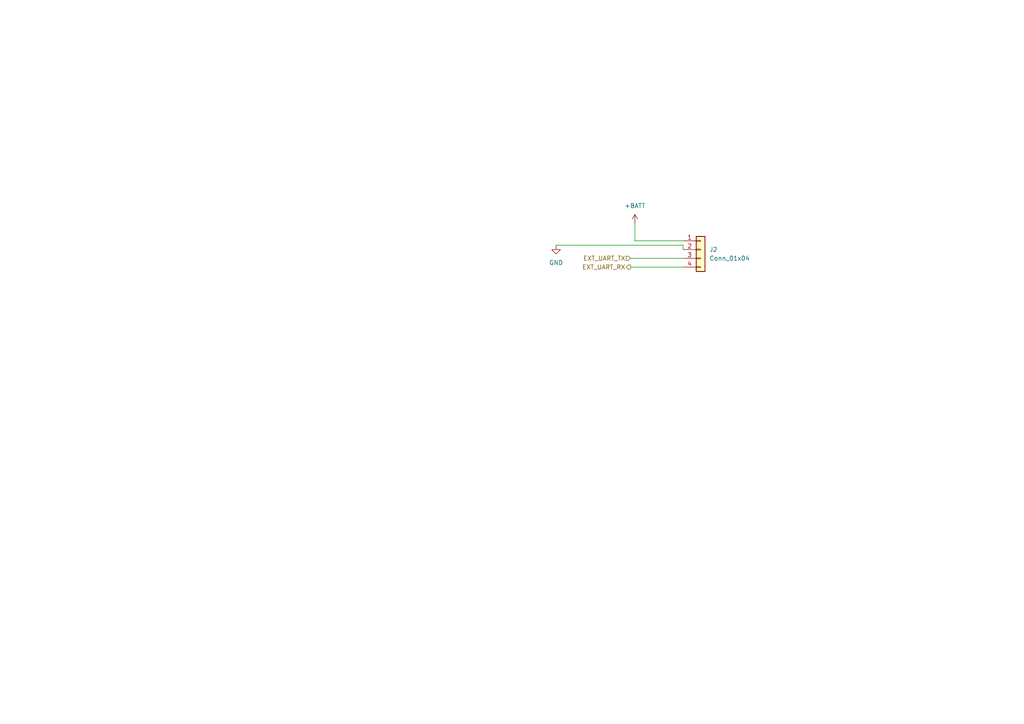
<source format=kicad_sch>
(kicad_sch (version 20230121) (generator eeschema)
  (paper "A4")
  (lib_symbols
    (symbol "Connector_Generic:Conn_01x04" (pin_names (offset 1.016) hide)
      (property "Reference" "J" (at 0 5.08 0))
      (property "Value" "Conn_01x04" (at 0 -7.62 0))
      (symbol "Conn_01x04_1_1"
        (rectangle (start -1.27 -4.953) (end 0 -5.207) (stroke (width 0.1524)))
        (rectangle (start -1.27 -2.413) (end 0 -2.667) (stroke (width 0.1524)))
        (rectangle (start -1.27 0.127) (end 0 -0.127) (stroke (width 0.1524)))
        (rectangle (start -1.27 2.667) (end 0 2.413) (stroke (width 0.1524)))
        (rectangle (start -1.27 3.81) (end 1.27 -6.35) (stroke (width 0.254)) (fill (type background)))
        (pin passive line (at -5.08 2.54 0) (length 3.81) (name "Pin_1") (number "1"))
        (pin passive line (at -5.08 0 0) (length 3.81) (name "Pin_2") (number "2"))
        (pin passive line (at -5.08 -2.54 0) (length 3.81) (name "Pin_3") (number "3"))
        (pin passive line (at -5.08 -5.08 0) (length 3.81) (name "Pin_4") (number "4"))
      )
    )
    (symbol "power:+BATT" (power) (pin_names (offset 0))
      (property "Value" "+BATT" (at 0 3.556 0))
      (symbol "+BATT_0_1"
        (polyline (pts (xy -0.762 1.27) (xy 0 2.54)))
        (polyline (pts (xy 0 0) (xy 0 2.54)))
        (polyline (pts (xy 0 2.54) (xy 0.762 1.27)))
      )
      (symbol "+BATT_1_1"
        (pin power_in line (at 0 0 90) (length 0) hide (name "+BATT") (number "1"))
      )
    )
    (symbol "power:GND" (power) (pin_names (offset 0))
      (property "Value" "GND" (at 0 -3.81 0))
      (symbol "GND_0_1"
        (polyline (pts (xy 0 0) (xy 0 -1.27) (xy 1.27 -1.27) (xy 0 -2.54) (xy -1.27 -1.27) (xy 0 -1.27)))
      )
      (symbol "GND_1_1"
        (pin power_in line (at 0 0 270) (length 0) hide (name "GND") (number "1"))
      )
    )
  )
  (wire (pts (xy 184.15 64.77) (xy 184.15 69.85)))
  (wire (pts (xy 182.88 74.93) (xy 198.12 74.93)))
  (wire (pts (xy 198.12 69.85) (xy 184.15 69.85)))
  (wire (pts (xy 182.88 77.47) (xy 198.12 77.47)))
  (wire (pts (xy 161.29 71.12) (xy 198.12 71.12)))
  (wire (pts (xy 198.12 71.12) (xy 198.12 72.39)))
  (hierarchical_label "EXT_UART_RX" (shape output) (at 182.88 77.47 180))
  (hierarchical_label "EXT_UART_TX" (shape input) (at 182.88 74.93 180))
  (symbol (lib_id "power:GND") (at 161.29 71.12 0) (unit 1)
    (property "Reference" "#PWR030" (effects hide))
    (property "Value" "GND" (at 161.29 76.2 0))
  )
  (symbol (lib_id "Connector_Generic:Conn_01x04") (at 203.2 72.39 0) (unit 1)
    (property "Reference" "J2" (at 205.74 72.39 0) (effects (justify left)))
    (property "Value" "Conn_01x04" (at 205.74 74.93 0) (effects (justify left)))
  )
  (symbol (lib_id "power:+BATT") (at 184.15 64.77 0) (unit 1)
    (property "Reference" "#PWR031" (effects hide))
    (property "Value" "+BATT" (at 184.15 59.69 0))
  )
)
</source>
